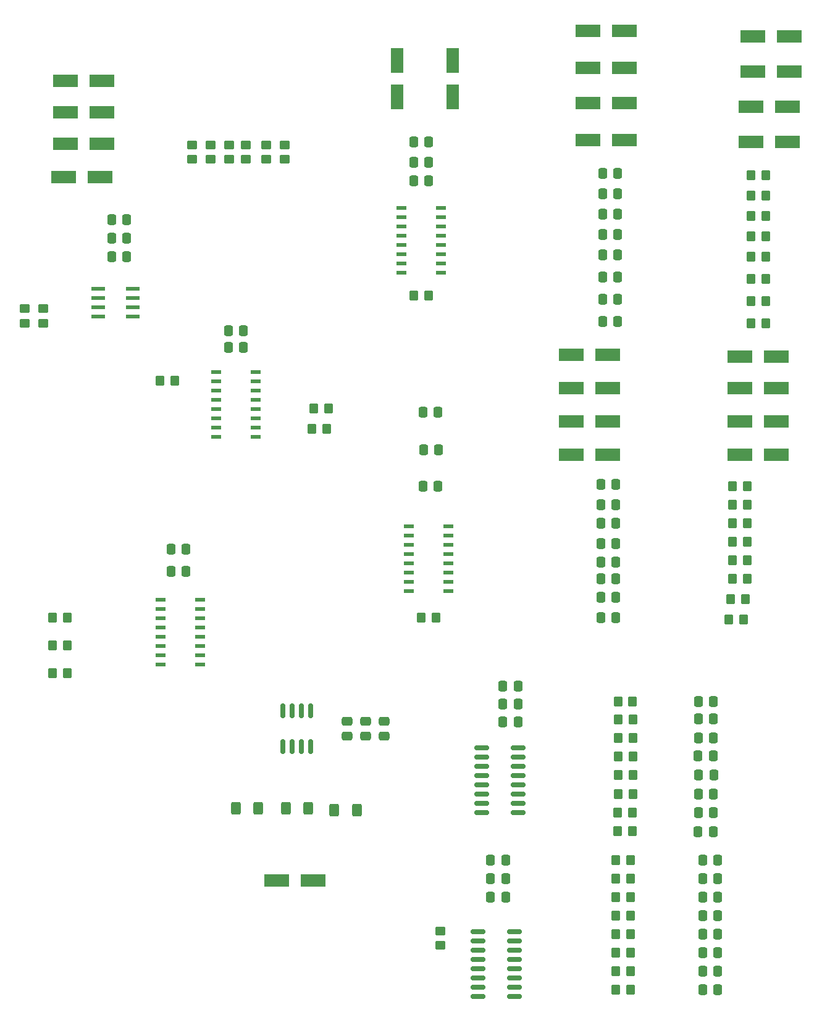
<source format=gbr>
%TF.GenerationSoftware,KiCad,Pcbnew,(6.0.1)*%
%TF.CreationDate,2026-02-13T09:13:13+05:30*%
%TF.ProjectId,bluetooth-daq-digital-submodule,626c7565-746f-46f7-9468-2d6461712d64,rev?*%
%TF.SameCoordinates,Original*%
%TF.FileFunction,Paste,Top*%
%TF.FilePolarity,Positive*%
%FSLAX46Y46*%
G04 Gerber Fmt 4.6, Leading zero omitted, Abs format (unit mm)*
G04 Created by KiCad (PCBNEW (6.0.1)) date 2026-02-13 09:13:13*
%MOMM*%
%LPD*%
G01*
G04 APERTURE LIST*
G04 Aperture macros list*
%AMRoundRect*
0 Rectangle with rounded corners*
0 $1 Rounding radius*
0 $2 $3 $4 $5 $6 $7 $8 $9 X,Y pos of 4 corners*
0 Add a 4 corners polygon primitive as box body*
4,1,4,$2,$3,$4,$5,$6,$7,$8,$9,$2,$3,0*
0 Add four circle primitives for the rounded corners*
1,1,$1+$1,$2,$3*
1,1,$1+$1,$4,$5*
1,1,$1+$1,$6,$7*
1,1,$1+$1,$8,$9*
0 Add four rect primitives between the rounded corners*
20,1,$1+$1,$2,$3,$4,$5,0*
20,1,$1+$1,$4,$5,$6,$7,0*
20,1,$1+$1,$6,$7,$8,$9,0*
20,1,$1+$1,$8,$9,$2,$3,0*%
G04 Aperture macros list end*
%ADD10RoundRect,0.250000X0.337500X0.475000X-0.337500X0.475000X-0.337500X-0.475000X0.337500X-0.475000X0*%
%ADD11RoundRect,0.250000X0.350000X0.450000X-0.350000X0.450000X-0.350000X-0.450000X0.350000X-0.450000X0*%
%ADD12R,3.500000X1.800000*%
%ADD13RoundRect,0.250000X-0.337500X-0.475000X0.337500X-0.475000X0.337500X0.475000X-0.337500X0.475000X0*%
%ADD14RoundRect,0.250000X0.450000X-0.350000X0.450000X0.350000X-0.450000X0.350000X-0.450000X-0.350000X0*%
%ADD15R,1.454899X0.558000*%
%ADD16RoundRect,0.250000X0.400000X0.625000X-0.400000X0.625000X-0.400000X-0.625000X0.400000X-0.625000X0*%
%ADD17R,1.800000X3.500000*%
%ADD18RoundRect,0.150000X-0.150000X0.825000X-0.150000X-0.825000X0.150000X-0.825000X0.150000X0.825000X0*%
%ADD19RoundRect,0.250000X-0.400000X-0.625000X0.400000X-0.625000X0.400000X0.625000X-0.400000X0.625000X0*%
%ADD20RoundRect,0.150000X0.825000X0.150000X-0.825000X0.150000X-0.825000X-0.150000X0.825000X-0.150000X0*%
%ADD21RoundRect,0.250000X0.475000X-0.337500X0.475000X0.337500X-0.475000X0.337500X-0.475000X-0.337500X0*%
%ADD22RoundRect,0.250000X-0.350000X-0.450000X0.350000X-0.450000X0.350000X0.450000X-0.350000X0.450000X0*%
%ADD23R,1.969999X0.558000*%
%ADD24RoundRect,0.250000X-0.450000X0.350000X-0.450000X-0.350000X0.450000X-0.350000X0.450000X0.350000X0*%
G04 APERTURE END LIST*
D10*
%TO.C,C13*%
X190521500Y-205232000D03*
X188446500Y-205232000D03*
%TD*%
D11*
%TO.C,R22*%
X194548000Y-151384000D03*
X192548000Y-151384000D03*
%TD*%
%TO.C,R28*%
X197088000Y-121412000D03*
X195088000Y-121412000D03*
%TD*%
%TO.C,R16*%
X178562000Y-195072000D03*
X176562000Y-195072000D03*
%TD*%
D12*
%TO.C,DIP3*%
X193588000Y-125984000D03*
X198588000Y-125984000D03*
%TD*%
%TO.C,DIP11*%
X195366000Y-82042000D03*
X200366000Y-82042000D03*
%TD*%
D13*
%TO.C,C30*%
X174476500Y-159029400D03*
X176551500Y-159029400D03*
%TD*%
D12*
%TO.C,DIP2*%
X193588000Y-130302000D03*
X198588000Y-130302000D03*
%TD*%
D14*
%TO.C,R47*%
X131191000Y-98917000D03*
X131191000Y-96917000D03*
%TD*%
D15*
%TO.C,U4*%
X147138652Y-105562400D03*
X147138652Y-106832400D03*
X147138652Y-108102400D03*
X147138652Y-109372400D03*
X147138652Y-110642400D03*
X147138652Y-111912400D03*
X147138652Y-113182400D03*
X147138652Y-114452400D03*
X152581348Y-114452400D03*
X152581348Y-113182400D03*
X152581348Y-111912400D03*
X152581348Y-110642400D03*
X152581348Y-109372400D03*
X152581348Y-108102400D03*
X152581348Y-106832400D03*
X152581348Y-105562400D03*
%TD*%
D11*
%TO.C,R23*%
X194548000Y-148844000D03*
X192548000Y-148844000D03*
%TD*%
D10*
%TO.C,C6*%
X189937300Y-186029600D03*
X187862300Y-186029600D03*
%TD*%
%TO.C,C39*%
X150897500Y-101879400D03*
X148822500Y-101879400D03*
%TD*%
D13*
%TO.C,C44*%
X174730500Y-112039400D03*
X176805500Y-112039400D03*
%TD*%
D11*
%TO.C,R12*%
X178546000Y-205232000D03*
X176546000Y-205232000D03*
%TD*%
D12*
%TO.C,D37*%
X106132000Y-96774000D03*
X101132000Y-96774000D03*
%TD*%
D13*
%TO.C,C46*%
X174730500Y-118135400D03*
X176805500Y-118135400D03*
%TD*%
%TO.C,C25*%
X150092500Y-143789400D03*
X152167500Y-143789400D03*
%TD*%
D10*
%TO.C,C10*%
X190521500Y-197612000D03*
X188446500Y-197612000D03*
%TD*%
D11*
%TO.C,R8*%
X178850800Y-173304200D03*
X176850800Y-173304200D03*
%TD*%
D12*
%TO.C,D39*%
X106132000Y-88138000D03*
X101132000Y-88138000D03*
%TD*%
D11*
%TO.C,R59*%
X116062000Y-129286000D03*
X114062000Y-129286000D03*
%TD*%
D10*
%TO.C,C2*%
X189937300Y-175691800D03*
X187862300Y-175691800D03*
%TD*%
%TO.C,C5*%
X189988100Y-183438800D03*
X187913100Y-183438800D03*
%TD*%
D14*
%TO.C,R48*%
X121031000Y-98917000D03*
X121031000Y-96917000D03*
%TD*%
%TO.C,R200*%
X98044000Y-121396000D03*
X98044000Y-119396000D03*
%TD*%
D11*
%TO.C,R6*%
X178901600Y-178282600D03*
X176901600Y-178282600D03*
%TD*%
D16*
%TO.C,R38*%
X134392000Y-187960000D03*
X131292000Y-187960000D03*
%TD*%
D11*
%TO.C,R43*%
X101330000Y-169418000D03*
X99330000Y-169418000D03*
%TD*%
D15*
%TO.C,U8*%
X121738652Y-128143000D03*
X121738652Y-129413000D03*
X121738652Y-130683000D03*
X121738652Y-131953000D03*
X121738652Y-133223000D03*
X121738652Y-134493000D03*
X121738652Y-135763000D03*
X121738652Y-137033000D03*
X127181348Y-137033000D03*
X127181348Y-135763000D03*
X127181348Y-134493000D03*
X127181348Y-133223000D03*
X127181348Y-131953000D03*
X127181348Y-130683000D03*
X127181348Y-129413000D03*
X127181348Y-128143000D03*
%TD*%
D13*
%TO.C,C18*%
X161079500Y-173644700D03*
X163154500Y-173644700D03*
%TD*%
D11*
%TO.C,R41*%
X101330000Y-161798000D03*
X99330000Y-161798000D03*
%TD*%
D17*
%TO.C,D34*%
X146558000Y-90384000D03*
X146558000Y-85384000D03*
%TD*%
D11*
%TO.C,R3*%
X178901600Y-186029600D03*
X176901600Y-186029600D03*
%TD*%
%TO.C,R57*%
X136890000Y-135890000D03*
X134890000Y-135890000D03*
%TD*%
D10*
%TO.C,C7*%
X189937300Y-188595000D03*
X187862300Y-188595000D03*
%TD*%
D12*
%TO.C,DIP14*%
X177760000Y-86385400D03*
X172760000Y-86385400D03*
%TD*%
%TO.C,DIP15*%
X177760000Y-81305400D03*
X172760000Y-81305400D03*
%TD*%
D13*
%TO.C,C36*%
X174476500Y-143535400D03*
X176551500Y-143535400D03*
%TD*%
D14*
%TO.C,R55*%
X118491000Y-98917000D03*
X118491000Y-96917000D03*
%TD*%
D11*
%TO.C,R5*%
X178901600Y-180822600D03*
X176901600Y-180822600D03*
%TD*%
D12*
%TO.C,DIP0*%
X193588000Y-139446000D03*
X198588000Y-139446000D03*
%TD*%
D13*
%TO.C,C47*%
X174730500Y-121183400D03*
X176805500Y-121183400D03*
%TD*%
D11*
%TO.C,R20*%
X194548000Y-156464000D03*
X192548000Y-156464000D03*
%TD*%
D13*
%TO.C,C32*%
X174476500Y-154203400D03*
X176551500Y-154203400D03*
%TD*%
D15*
%TO.C,U7*%
X119561348Y-168275000D03*
X119561348Y-167005000D03*
X119561348Y-165735000D03*
X119561348Y-164465000D03*
X119561348Y-163195000D03*
X119561348Y-161925000D03*
X119561348Y-160655000D03*
X119561348Y-159385000D03*
X114118652Y-159385000D03*
X114118652Y-160655000D03*
X114118652Y-161925000D03*
X114118652Y-163195000D03*
X114118652Y-164465000D03*
X114118652Y-165735000D03*
X114118652Y-167005000D03*
X114118652Y-168275000D03*
%TD*%
D10*
%TO.C,C37*%
X150897500Y-96545400D03*
X148822500Y-96545400D03*
%TD*%
D18*
%TO.C,U6*%
X134747000Y-174563000D03*
X133477000Y-174563000D03*
X132207000Y-174563000D03*
X130937000Y-174563000D03*
X130937000Y-179513000D03*
X132207000Y-179513000D03*
X133477000Y-179513000D03*
X134747000Y-179513000D03*
%TD*%
D13*
%TO.C,C21*%
X159363500Y-197662800D03*
X161438500Y-197662800D03*
%TD*%
D14*
%TO.C,R45*%
X128651000Y-98917000D03*
X128651000Y-96917000D03*
%TD*%
D12*
%TO.C,DIP12*%
X177760000Y-96291400D03*
X172760000Y-96291400D03*
%TD*%
D11*
%TO.C,R32*%
X197088000Y-109474000D03*
X195088000Y-109474000D03*
%TD*%
D10*
%TO.C,C54*%
X117606000Y-155467500D03*
X115531000Y-155467500D03*
%TD*%
%TO.C,C14*%
X190521500Y-207772000D03*
X188446500Y-207772000D03*
%TD*%
D11*
%TO.C,R25*%
X194548000Y-143764000D03*
X192548000Y-143764000D03*
%TD*%
%TO.C,R31*%
X197088000Y-112268000D03*
X195088000Y-112268000D03*
%TD*%
D14*
%TO.C,R51*%
X123571000Y-98917000D03*
X123571000Y-96917000D03*
%TD*%
D12*
%TO.C,DIP13*%
X177760000Y-91211400D03*
X172760000Y-91211400D03*
%TD*%
D10*
%TO.C,C9*%
X190521500Y-195072000D03*
X188446500Y-195072000D03*
%TD*%
D11*
%TO.C,R9*%
X178546000Y-212852000D03*
X176546000Y-212852000D03*
%TD*%
D12*
%TO.C,DIP5*%
X175474000Y-134899400D03*
X170474000Y-134899400D03*
%TD*%
D11*
%TO.C,R18*%
X194040000Y-162052000D03*
X192040000Y-162052000D03*
%TD*%
D17*
%TO.C,D35*%
X154178000Y-85384000D03*
X154178000Y-90384000D03*
%TD*%
D10*
%TO.C,C15*%
X190521500Y-210312000D03*
X188446500Y-210312000D03*
%TD*%
D19*
%TO.C,R39*%
X124434000Y-187960000D03*
X127534000Y-187960000D03*
%TD*%
D13*
%TO.C,C35*%
X174476500Y-146329400D03*
X176551500Y-146329400D03*
%TD*%
D10*
%TO.C,C48*%
X109495500Y-112268000D03*
X107420500Y-112268000D03*
%TD*%
D11*
%TO.C,R4*%
X178901600Y-183438800D03*
X176901600Y-183438800D03*
%TD*%
D20*
%TO.C,U1*%
X163130000Y-188544200D03*
X163130000Y-187274200D03*
X163130000Y-186004200D03*
X163130000Y-184734200D03*
X163130000Y-183464200D03*
X163130000Y-182194200D03*
X163130000Y-180924200D03*
X163130000Y-179654200D03*
X158180000Y-179654200D03*
X158180000Y-180924200D03*
X158180000Y-182194200D03*
X158180000Y-183464200D03*
X158180000Y-184734200D03*
X158180000Y-186004200D03*
X158180000Y-187274200D03*
X158180000Y-188544200D03*
%TD*%
%TO.C,U2*%
X162622000Y-213791800D03*
X162622000Y-212521800D03*
X162622000Y-211251800D03*
X162622000Y-209981800D03*
X162622000Y-208711800D03*
X162622000Y-207441800D03*
X162622000Y-206171800D03*
X162622000Y-204901800D03*
X157672000Y-204901800D03*
X157672000Y-206171800D03*
X157672000Y-207441800D03*
X157672000Y-208711800D03*
X157672000Y-209981800D03*
X157672000Y-211251800D03*
X157672000Y-212521800D03*
X157672000Y-213791800D03*
%TD*%
D10*
%TO.C,C8*%
X189886500Y-191185800D03*
X187811500Y-191185800D03*
%TD*%
D15*
%TO.C,U3*%
X148154652Y-149250400D03*
X148154652Y-150520400D03*
X148154652Y-151790400D03*
X148154652Y-153060400D03*
X148154652Y-154330400D03*
X148154652Y-155600400D03*
X148154652Y-156870400D03*
X148154652Y-158140400D03*
X153597348Y-158140400D03*
X153597348Y-156870400D03*
X153597348Y-155600400D03*
X153597348Y-154330400D03*
X153597348Y-153060400D03*
X153597348Y-151790400D03*
X153597348Y-150520400D03*
X153597348Y-149250400D03*
%TD*%
D13*
%TO.C,C23*%
X150092500Y-133629400D03*
X152167500Y-133629400D03*
%TD*%
%TO.C,C40*%
X174730500Y-100863400D03*
X176805500Y-100863400D03*
%TD*%
D12*
%TO.C,DIP8*%
X195112000Y-96520000D03*
X200112000Y-96520000D03*
%TD*%
D10*
%TO.C,C50*%
X109495500Y-107188000D03*
X107420500Y-107188000D03*
%TD*%
D12*
%TO.C,DIP7*%
X175474000Y-125755400D03*
X170474000Y-125755400D03*
%TD*%
D13*
%TO.C,C31*%
X174476500Y-156489400D03*
X176551500Y-156489400D03*
%TD*%
D12*
%TO.C,DIP9*%
X195112000Y-91694000D03*
X200112000Y-91694000D03*
%TD*%
D13*
%TO.C,C24*%
X150162500Y-138795400D03*
X152237500Y-138795400D03*
%TD*%
D12*
%TO.C,D33*%
X130088000Y-197866000D03*
X135088000Y-197866000D03*
%TD*%
D11*
%TO.C,R27*%
X150860000Y-117602000D03*
X148860000Y-117602000D03*
%TD*%
D10*
%TO.C,C3*%
X189937300Y-178282600D03*
X187862300Y-178282600D03*
%TD*%
%TO.C,C4*%
X189886500Y-180746400D03*
X187811500Y-180746400D03*
%TD*%
D13*
%TO.C,C22*%
X159363500Y-195122800D03*
X161438500Y-195122800D03*
%TD*%
D12*
%TO.C,DIP4*%
X175474000Y-139471400D03*
X170474000Y-139471400D03*
%TD*%
D10*
%TO.C,C49*%
X109495500Y-109728000D03*
X107420500Y-109728000D03*
%TD*%
D13*
%TO.C,C20*%
X159363500Y-200202800D03*
X161438500Y-200202800D03*
%TD*%
D12*
%TO.C,DIP6*%
X175474000Y-130327400D03*
X170474000Y-130327400D03*
%TD*%
D10*
%TO.C,C16*%
X190521500Y-212852000D03*
X188446500Y-212852000D03*
%TD*%
%TO.C,C38*%
X150897500Y-99339400D03*
X148822500Y-99339400D03*
%TD*%
D13*
%TO.C,C43*%
X174730500Y-109245400D03*
X176805500Y-109245400D03*
%TD*%
D11*
%TO.C,R19*%
X194294000Y-159258000D03*
X192294000Y-159258000D03*
%TD*%
%TO.C,R21*%
X192548000Y-153924000D03*
X194548000Y-153924000D03*
%TD*%
D21*
%TO.C,C51*%
X144780000Y-178075500D03*
X144780000Y-176000500D03*
%TD*%
D13*
%TO.C,C41*%
X174730500Y-103657400D03*
X176805500Y-103657400D03*
%TD*%
D11*
%TO.C,R14*%
X178546000Y-200152000D03*
X176546000Y-200152000D03*
%TD*%
D22*
%TO.C,R58*%
X135144000Y-133096000D03*
X137144000Y-133096000D03*
%TD*%
D21*
%TO.C,C52*%
X142240000Y-178075500D03*
X142240000Y-176000500D03*
%TD*%
D13*
%TO.C,C33*%
X174476500Y-151663400D03*
X176551500Y-151663400D03*
%TD*%
D23*
%TO.C,U5*%
X105587800Y-116713000D03*
X105587800Y-117983000D03*
X105587800Y-119253000D03*
X105587800Y-120523000D03*
X110312200Y-120523000D03*
X110312200Y-119253000D03*
X110312200Y-117983000D03*
X110312200Y-116713000D03*
%TD*%
D12*
%TO.C,D38*%
X105878000Y-101346000D03*
X100878000Y-101346000D03*
%TD*%
D14*
%TO.C,R53*%
X125857000Y-98917000D03*
X125857000Y-96917000D03*
%TD*%
D12*
%TO.C,DIP1*%
X193588000Y-134874000D03*
X198588000Y-134874000D03*
%TD*%
%TO.C,D36*%
X106132000Y-92456000D03*
X101132000Y-92456000D03*
%TD*%
D13*
%TO.C,C17*%
X161079500Y-176108500D03*
X163154500Y-176108500D03*
%TD*%
%TO.C,C29*%
X174476500Y-161823400D03*
X176551500Y-161823400D03*
%TD*%
D11*
%TO.C,R15*%
X178546000Y-197612000D03*
X176546000Y-197612000D03*
%TD*%
%TO.C,R26*%
X151876000Y-161798000D03*
X149876000Y-161798000D03*
%TD*%
D13*
%TO.C,C19*%
X161079500Y-171231700D03*
X163154500Y-171231700D03*
%TD*%
D11*
%TO.C,R34*%
X197088000Y-103886000D03*
X195088000Y-103886000D03*
%TD*%
%TO.C,R7*%
X178901600Y-175742600D03*
X176901600Y-175742600D03*
%TD*%
D24*
%TO.C,R17*%
X152527000Y-204806800D03*
X152527000Y-206806800D03*
%TD*%
D11*
%TO.C,R13*%
X178546000Y-202692000D03*
X176546000Y-202692000D03*
%TD*%
D24*
%TO.C,R49*%
X95504000Y-119396000D03*
X95504000Y-121396000D03*
%TD*%
D13*
%TO.C,C34*%
X174476500Y-148869400D03*
X176551500Y-148869400D03*
%TD*%
D10*
%TO.C,C12*%
X190521500Y-202692000D03*
X188446500Y-202692000D03*
%TD*%
D11*
%TO.C,R33*%
X197088000Y-106680000D03*
X195088000Y-106680000D03*
%TD*%
%TO.C,R42*%
X101330000Y-165608000D03*
X99330000Y-165608000D03*
%TD*%
D10*
%TO.C,C11*%
X188446500Y-200152000D03*
X190521500Y-200152000D03*
%TD*%
D11*
%TO.C,R35*%
X197072000Y-101092000D03*
X195072000Y-101092000D03*
%TD*%
%TO.C,R11*%
X178546000Y-207772000D03*
X176546000Y-207772000D03*
%TD*%
%TO.C,R2*%
X178825400Y-188595000D03*
X176825400Y-188595000D03*
%TD*%
D13*
%TO.C,C45*%
X174730500Y-115087400D03*
X176805500Y-115087400D03*
%TD*%
D10*
%TO.C,C56*%
X125497500Y-124714000D03*
X123422500Y-124714000D03*
%TD*%
D11*
%TO.C,R30*%
X197072000Y-115316000D03*
X195072000Y-115316000D03*
%TD*%
D13*
%TO.C,C42*%
X174730500Y-106451400D03*
X176805500Y-106451400D03*
%TD*%
D21*
%TO.C,C53*%
X139700000Y-178075500D03*
X139700000Y-176000500D03*
%TD*%
D10*
%TO.C,C1*%
X189937300Y-173304200D03*
X187862300Y-173304200D03*
%TD*%
D11*
%TO.C,R29*%
X197088000Y-118364000D03*
X195088000Y-118364000D03*
%TD*%
D16*
%TO.C,R40*%
X141022000Y-188214000D03*
X137922000Y-188214000D03*
%TD*%
D11*
%TO.C,R1*%
X178800000Y-191109600D03*
X176800000Y-191109600D03*
%TD*%
D12*
%TO.C,DIP10*%
X195366000Y-86868000D03*
X200366000Y-86868000D03*
%TD*%
D11*
%TO.C,R10*%
X178546000Y-210312000D03*
X176546000Y-210312000D03*
%TD*%
D10*
%TO.C,C57*%
X125497500Y-122428000D03*
X123422500Y-122428000D03*
%TD*%
%TO.C,C55*%
X117606000Y-152419500D03*
X115531000Y-152419500D03*
%TD*%
D11*
%TO.C,R24*%
X194548000Y-146304000D03*
X192548000Y-146304000D03*
%TD*%
M02*

</source>
